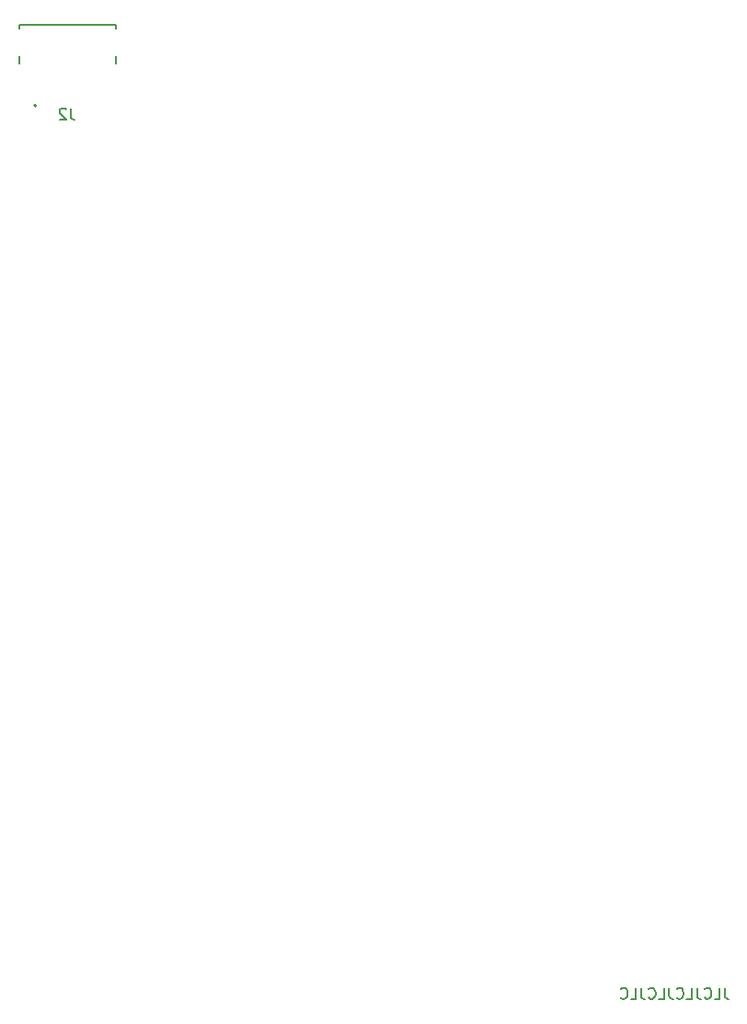
<source format=gbr>
G04 #@! TF.GenerationSoftware,KiCad,Pcbnew,8.0.4+dfsg-1*
G04 #@! TF.CreationDate,2025-02-23T12:22:26+09:00*
G04 #@! TF.ProjectId,bionic-base,62696f6e-6963-42d6-9261-73652e6b6963,13*
G04 #@! TF.SameCoordinates,Original*
G04 #@! TF.FileFunction,Legend,Bot*
G04 #@! TF.FilePolarity,Positive*
%FSLAX46Y46*%
G04 Gerber Fmt 4.6, Leading zero omitted, Abs format (unit mm)*
G04 Created by KiCad (PCBNEW 8.0.4+dfsg-1) date 2025-02-23 12:22:26*
%MOMM*%
%LPD*%
G01*
G04 APERTURE LIST*
%ADD10C,0.150000*%
%ADD11C,0.200000*%
G04 APERTURE END LIST*
D10*
X148799048Y-133639819D02*
X148799048Y-134354104D01*
X148799048Y-134354104D02*
X148846667Y-134496961D01*
X148846667Y-134496961D02*
X148941905Y-134592200D01*
X148941905Y-134592200D02*
X149084762Y-134639819D01*
X149084762Y-134639819D02*
X149180000Y-134639819D01*
X147846667Y-134639819D02*
X148322857Y-134639819D01*
X148322857Y-134639819D02*
X148322857Y-133639819D01*
X146941905Y-134544580D02*
X146989524Y-134592200D01*
X146989524Y-134592200D02*
X147132381Y-134639819D01*
X147132381Y-134639819D02*
X147227619Y-134639819D01*
X147227619Y-134639819D02*
X147370476Y-134592200D01*
X147370476Y-134592200D02*
X147465714Y-134496961D01*
X147465714Y-134496961D02*
X147513333Y-134401723D01*
X147513333Y-134401723D02*
X147560952Y-134211247D01*
X147560952Y-134211247D02*
X147560952Y-134068390D01*
X147560952Y-134068390D02*
X147513333Y-133877914D01*
X147513333Y-133877914D02*
X147465714Y-133782676D01*
X147465714Y-133782676D02*
X147370476Y-133687438D01*
X147370476Y-133687438D02*
X147227619Y-133639819D01*
X147227619Y-133639819D02*
X147132381Y-133639819D01*
X147132381Y-133639819D02*
X146989524Y-133687438D01*
X146989524Y-133687438D02*
X146941905Y-133735057D01*
X146227619Y-133639819D02*
X146227619Y-134354104D01*
X146227619Y-134354104D02*
X146275238Y-134496961D01*
X146275238Y-134496961D02*
X146370476Y-134592200D01*
X146370476Y-134592200D02*
X146513333Y-134639819D01*
X146513333Y-134639819D02*
X146608571Y-134639819D01*
X145275238Y-134639819D02*
X145751428Y-134639819D01*
X145751428Y-134639819D02*
X145751428Y-133639819D01*
X144370476Y-134544580D02*
X144418095Y-134592200D01*
X144418095Y-134592200D02*
X144560952Y-134639819D01*
X144560952Y-134639819D02*
X144656190Y-134639819D01*
X144656190Y-134639819D02*
X144799047Y-134592200D01*
X144799047Y-134592200D02*
X144894285Y-134496961D01*
X144894285Y-134496961D02*
X144941904Y-134401723D01*
X144941904Y-134401723D02*
X144989523Y-134211247D01*
X144989523Y-134211247D02*
X144989523Y-134068390D01*
X144989523Y-134068390D02*
X144941904Y-133877914D01*
X144941904Y-133877914D02*
X144894285Y-133782676D01*
X144894285Y-133782676D02*
X144799047Y-133687438D01*
X144799047Y-133687438D02*
X144656190Y-133639819D01*
X144656190Y-133639819D02*
X144560952Y-133639819D01*
X144560952Y-133639819D02*
X144418095Y-133687438D01*
X144418095Y-133687438D02*
X144370476Y-133735057D01*
X143656190Y-133639819D02*
X143656190Y-134354104D01*
X143656190Y-134354104D02*
X143703809Y-134496961D01*
X143703809Y-134496961D02*
X143799047Y-134592200D01*
X143799047Y-134592200D02*
X143941904Y-134639819D01*
X143941904Y-134639819D02*
X144037142Y-134639819D01*
X142703809Y-134639819D02*
X143179999Y-134639819D01*
X143179999Y-134639819D02*
X143179999Y-133639819D01*
X141799047Y-134544580D02*
X141846666Y-134592200D01*
X141846666Y-134592200D02*
X141989523Y-134639819D01*
X141989523Y-134639819D02*
X142084761Y-134639819D01*
X142084761Y-134639819D02*
X142227618Y-134592200D01*
X142227618Y-134592200D02*
X142322856Y-134496961D01*
X142322856Y-134496961D02*
X142370475Y-134401723D01*
X142370475Y-134401723D02*
X142418094Y-134211247D01*
X142418094Y-134211247D02*
X142418094Y-134068390D01*
X142418094Y-134068390D02*
X142370475Y-133877914D01*
X142370475Y-133877914D02*
X142322856Y-133782676D01*
X142322856Y-133782676D02*
X142227618Y-133687438D01*
X142227618Y-133687438D02*
X142084761Y-133639819D01*
X142084761Y-133639819D02*
X141989523Y-133639819D01*
X141989523Y-133639819D02*
X141846666Y-133687438D01*
X141846666Y-133687438D02*
X141799047Y-133735057D01*
X141084761Y-133639819D02*
X141084761Y-134354104D01*
X141084761Y-134354104D02*
X141132380Y-134496961D01*
X141132380Y-134496961D02*
X141227618Y-134592200D01*
X141227618Y-134592200D02*
X141370475Y-134639819D01*
X141370475Y-134639819D02*
X141465713Y-134639819D01*
X140132380Y-134639819D02*
X140608570Y-134639819D01*
X140608570Y-134639819D02*
X140608570Y-133639819D01*
X139227618Y-134544580D02*
X139275237Y-134592200D01*
X139275237Y-134592200D02*
X139418094Y-134639819D01*
X139418094Y-134639819D02*
X139513332Y-134639819D01*
X139513332Y-134639819D02*
X139656189Y-134592200D01*
X139656189Y-134592200D02*
X139751427Y-134496961D01*
X139751427Y-134496961D02*
X139799046Y-134401723D01*
X139799046Y-134401723D02*
X139846665Y-134211247D01*
X139846665Y-134211247D02*
X139846665Y-134068390D01*
X139846665Y-134068390D02*
X139799046Y-133877914D01*
X139799046Y-133877914D02*
X139751427Y-133782676D01*
X139751427Y-133782676D02*
X139656189Y-133687438D01*
X139656189Y-133687438D02*
X139513332Y-133639819D01*
X139513332Y-133639819D02*
X139418094Y-133639819D01*
X139418094Y-133639819D02*
X139275237Y-133687438D01*
X139275237Y-133687438D02*
X139227618Y-133735057D01*
X88582533Y-52690819D02*
X88582533Y-53405104D01*
X88582533Y-53405104D02*
X88630152Y-53547961D01*
X88630152Y-53547961D02*
X88725390Y-53643200D01*
X88725390Y-53643200D02*
X88868247Y-53690819D01*
X88868247Y-53690819D02*
X88963485Y-53690819D01*
X88153961Y-52786057D02*
X88106342Y-52738438D01*
X88106342Y-52738438D02*
X88011104Y-52690819D01*
X88011104Y-52690819D02*
X87773009Y-52690819D01*
X87773009Y-52690819D02*
X87677771Y-52738438D01*
X87677771Y-52738438D02*
X87630152Y-52786057D01*
X87630152Y-52786057D02*
X87582533Y-52881295D01*
X87582533Y-52881295D02*
X87582533Y-52976533D01*
X87582533Y-52976533D02*
X87630152Y-53119390D01*
X87630152Y-53119390D02*
X88201580Y-53690819D01*
X88201580Y-53690819D02*
X87582533Y-53690819D01*
D11*
X83830000Y-47929000D02*
X83830000Y-48609000D01*
X83830000Y-45019000D02*
X83830000Y-45369000D01*
X92770000Y-45019000D02*
X83830000Y-45019000D01*
X92770000Y-47929000D02*
X92770000Y-48609000D01*
X92770000Y-45369000D02*
X92770000Y-45019000D01*
X85425000Y-52459000D02*
G75*
G02*
X85225000Y-52459000I-100000J0D01*
G01*
X85225000Y-52459000D02*
G75*
G02*
X85425000Y-52459000I100000J0D01*
G01*
M02*

</source>
